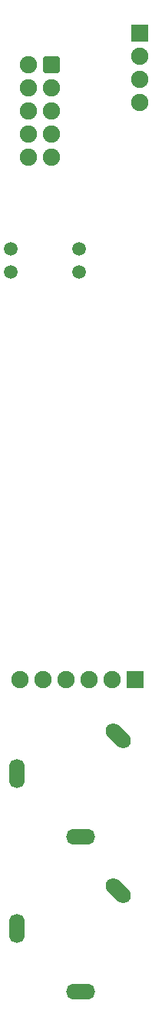
<source format=gbr>
G04 #@! TF.GenerationSoftware,KiCad,Pcbnew,(6.0.0)*
G04 #@! TF.CreationDate,2022-01-30T14:59:27+09:00*
G04 #@! TF.ProjectId,exits,65786974-732e-46b6-9963-61645f706362,2.1*
G04 #@! TF.SameCoordinates,Original*
G04 #@! TF.FileFunction,Soldermask,Bot*
G04 #@! TF.FilePolarity,Negative*
%FSLAX46Y46*%
G04 Gerber Fmt 4.6, Leading zero omitted, Abs format (unit mm)*
G04 Created by KiCad (PCBNEW (6.0.0)) date 2022-01-30 14:59:27*
%MOMM*%
%LPD*%
G01*
G04 APERTURE LIST*
G04 Aperture macros list*
%AMRoundRect*
0 Rectangle with rounded corners*
0 $1 Rounding radius*
0 $2 $3 $4 $5 $6 $7 $8 $9 X,Y pos of 4 corners*
0 Add a 4 corners polygon primitive as box body*
4,1,4,$2,$3,$4,$5,$6,$7,$8,$9,$2,$3,0*
0 Add four circle primitives for the rounded corners*
1,1,$1+$1,$2,$3*
1,1,$1+$1,$4,$5*
1,1,$1+$1,$6,$7*
1,1,$1+$1,$8,$9*
0 Add four rect primitives between the rounded corners*
20,1,$1+$1,$2,$3,$4,$5,0*
20,1,$1+$1,$4,$5,$6,$7,0*
20,1,$1+$1,$6,$7,$8,$9,0*
20,1,$1+$1,$8,$9,$2,$3,0*%
%AMHorizOval*
0 Thick line with rounded ends*
0 $1 width*
0 $2 $3 position (X,Y) of the first rounded end (center of the circle)*
0 $4 $5 position (X,Y) of the second rounded end (center of the circle)*
0 Add line between two ends*
20,1,$1,$2,$3,$4,$5,0*
0 Add two circle primitives to create the rounded ends*
1,1,$1,$2,$3*
1,1,$1,$4,$5*%
G04 Aperture macros list end*
%ADD10RoundRect,0.101600X-0.850000X-0.850000X0.850000X-0.850000X0.850000X0.850000X-0.850000X0.850000X0*%
%ADD11O,1.903200X1.903200*%
%ADD12RoundRect,0.101600X-0.850000X0.850000X-0.850000X-0.850000X0.850000X-0.850000X0.850000X0.850000X0*%
%ADD13HorizOval,1.711200X-0.533159X0.533159X0.533159X-0.533159X0*%
%ADD14O,3.219200X1.711200*%
%ADD15O,1.711200X3.219200*%
%ADD16RoundRect,0.351600X0.600000X0.600000X-0.600000X0.600000X-0.600000X-0.600000X0.600000X-0.600000X0*%
%ADD17C,1.903200*%
%ADD18C,1.503200*%
G04 APERTURE END LIST*
D10*
X139000000Y-42250000D03*
D11*
X139000000Y-44790000D03*
X139000000Y-47330000D03*
X139000000Y-49870000D03*
D12*
X138500000Y-113300000D03*
D11*
X135960000Y-113300000D03*
X133420000Y-113300000D03*
X130880000Y-113300000D03*
X128340000Y-113300000D03*
X125800000Y-113300000D03*
D13*
X136596000Y-136504000D03*
D14*
X132500000Y-147600000D03*
D15*
X125500000Y-140600000D03*
D13*
X136596000Y-119504000D03*
D14*
X132500000Y-130600000D03*
D15*
X125500000Y-123600000D03*
D16*
X129250000Y-45750000D03*
D17*
X126710000Y-45750000D03*
X129250000Y-48290000D03*
X126710000Y-48290000D03*
X129250000Y-50830000D03*
X126710000Y-50830000D03*
X129250000Y-53370000D03*
X126710000Y-53370000D03*
X129250000Y-55910000D03*
X126710000Y-55910000D03*
D18*
X124750000Y-68500000D03*
X124750000Y-65960000D03*
X132350000Y-68500000D03*
X132350000Y-65960000D03*
M02*

</source>
